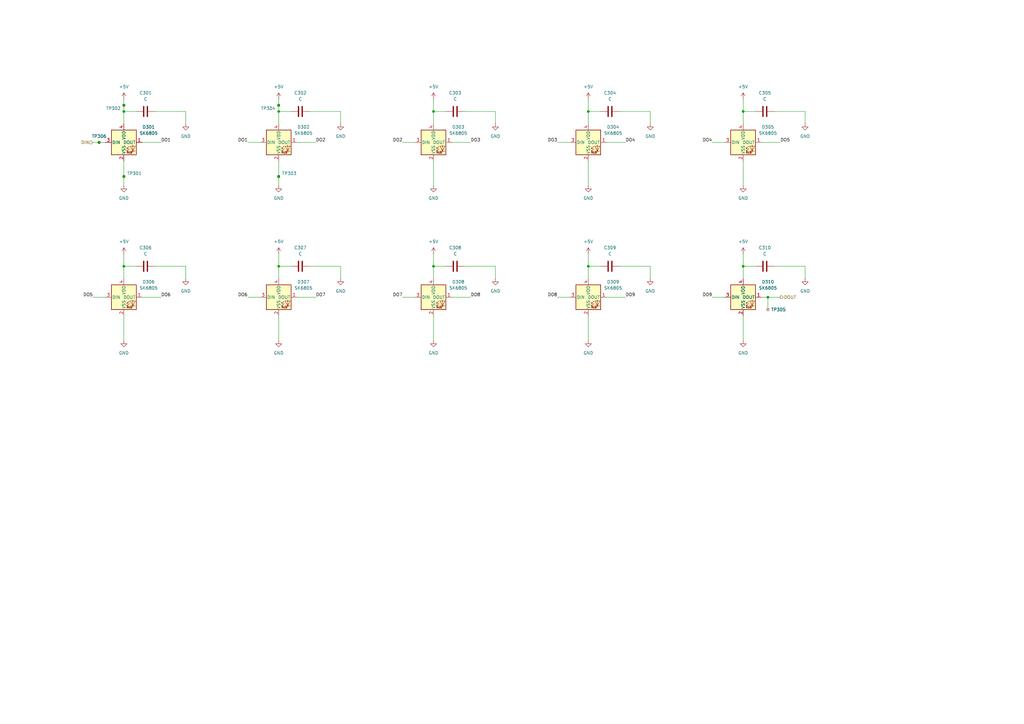
<source format=kicad_sch>
(kicad_sch (version 20231120) (generator "eeschema") (generator_version "8.0")
  (paper "A3")
  (title_block (title "NightLight") (date "2024-07-10") (rev "a") (comment 1 "MootSeeker (c) 2024") (comment 2 "LED Board"))
  (lib_symbols
    (symbol "Connector:TestPoint_Small" (pin_numbers hide) (pin_names (offset 0.762) hide)
      (property "Reference" "TP" (at 0 3.81 0))
      (property "Value" "TestPoint_Small" (at 0 2.032 0))
      (symbol "TestPoint_Small_0_1"
        (circle (center 0 0) (radius 0.508))
      )
      (symbol "TestPoint_Small_1_1"
        (pin passive line (at 0 0 90) (length 0) (name "1") (number "1"))
      )
    )
    (symbol "Device:C" (pin_numbers hide) (pin_names (offset 0.254))
      (property "Reference" "C" (at 0.635 2.54 0))
      (property "Value" "C" (at 0.635 -2.54 0))
      (symbol "C_0_1"
        (polyline (pts (xy -2.032 -0.762) (xy 2.032 -0.762)) (stroke (width 0.508)))
        (polyline (pts (xy -2.032 0.762) (xy 2.032 0.762)) (stroke (width 0.508)))
      )
      (symbol "C_1_1"
        (pin passive line (at 0 3.81 270) (length 2.794) (name "~") (number "1"))
        (pin passive line (at 0 -3.81 90) (length 2.794) (name "~") (number "2"))
      )
    )
    (symbol "LED:SK6805" (pin_names (offset 0.254))
      (property "Reference" "D" (at 5.08 5.715 0))
      (property "Value" "SK6805" (at 1.27 -5.715 0))
      (symbol "SK6805_0_0"
        (text "RGB" (at 2.286 -4.191 0) (effects (font (size 0.762 0.762))))
      )
      (symbol "SK6805_0_1"
        (polyline (pts (xy 1.27 -3.556) (xy 1.778 -3.556)))
        (polyline (pts (xy 1.27 -2.54) (xy 1.778 -2.54)))
        (polyline (pts (xy 4.699 -3.556) (xy 2.667 -3.556)))
        (polyline (pts (xy 2.286 -2.54) (xy 1.27 -3.556) (xy 1.27 -3.048)))
        (polyline (pts (xy 2.286 -1.524) (xy 1.27 -2.54) (xy 1.27 -2.032)))
        (polyline (pts (xy 3.683 -1.016) (xy 3.683 -3.556) (xy 3.683 -4.064)))
        (polyline (pts (xy 4.699 -1.524) (xy 2.667 -1.524) (xy 3.683 -3.556) (xy 4.699 -1.524)))
        (rectangle (start 5.08 5.08) (end -5.08 -5.08) (stroke (width 0.254)) (fill (type background)))
      )
      (symbol "SK6805_1_1"
        (pin output line (at 7.62 0 180) (length 2.54) (name "DOUT") (number "1"))
        (pin power_in line (at 0 -7.62 90) (length 2.54) (name "VSS") (number "2"))
        (pin input line (at -7.62 0 0) (length 2.54) (name "DIN") (number "3"))
        (pin power_in line (at 0 7.62 270) (length 2.54) (name "VDD") (number "4"))
      )
    )
    (symbol "power:+5V" (power) (pin_numbers hide) (pin_names (offset 0) hide)
      (property "Value" "+5V" (at 0 3.556 0))
      (symbol "+5V_0_1"
        (polyline (pts (xy -0.762 1.27) (xy 0 2.54)))
        (polyline (pts (xy 0 0) (xy 0 2.54)))
        (polyline (pts (xy 0 2.54) (xy 0.762 1.27)))
      )
      (symbol "+5V_1_1"
        (pin power_in line (at 0 0 90) (length 0) (name "~") (number "1"))
      )
    )
    (symbol "power:GND" (power) (pin_numbers hide) (pin_names (offset 0) hide)
      (property "Value" "GND" (at 0 -3.81 0))
      (symbol "GND_0_1"
        (polyline (pts (xy 0 0) (xy 0 -1.27) (xy 1.27 -1.27) (xy 0 -2.54) (xy -1.27 -1.27) (xy 0 -1.27)))
      )
      (symbol "GND_1_1"
        (pin power_in line (at 0 0 270) (length 0) (name "~") (number "1"))
      )
    )
  )
  (junction (at 304.8 109.22))
  (junction (at 114.3 45.72))
  (junction (at 40.64 58.42))
  (junction (at 304.8 45.72))
  (junction (at 50.8 43.18))
  (junction (at 114.3 72.39))
  (junction (at 114.3 109.22))
  (junction (at 114.3 43.18))
  (junction (at 241.3 45.72))
  (junction (at 50.8 72.39))
  (junction (at 241.3 109.22))
  (junction (at 50.8 109.22))
  (junction (at 50.8 45.72))
  (junction (at 177.8 45.72))
  (junction (at 177.8 109.22))
  (junction (at 314.96 121.92))
  (wire (pts (xy 76.2 114.3) (xy 76.2 109.22)))
  (wire (pts (xy 177.8 66.04) (xy 177.8 76.2)))
  (wire (pts (xy 312.42 121.92) (xy 314.96 121.92)))
  (wire (pts (xy 139.7 45.72) (xy 127 45.72)))
  (wire (pts (xy 50.8 109.22) (xy 50.8 114.3)))
  (wire (pts (xy 241.3 40.64) (xy 241.3 45.72)))
  (wire (pts (xy 38.1 58.42) (xy 40.64 58.42)))
  (wire (pts (xy 50.8 72.39) (xy 50.8 76.2)))
  (wire (pts (xy 304.8 45.72) (xy 304.8 50.8)))
  (wire (pts (xy 177.8 45.72) (xy 177.8 50.8)))
  (wire (pts (xy 101.6 121.92) (xy 106.68 121.92)))
  (wire (pts (xy 177.8 129.54) (xy 177.8 139.7)))
  (wire (pts (xy 241.3 66.04) (xy 241.3 76.2)))
  (wire (pts (xy 266.7 50.8) (xy 266.7 45.72)))
  (wire (pts (xy 165.1 121.92) (xy 170.18 121.92)))
  (wire (pts (xy 50.8 104.14) (xy 50.8 109.22)))
  (wire (pts (xy 203.2 45.72) (xy 190.5 45.72)))
  (wire (pts (xy 114.3 72.39) (xy 114.3 76.2)))
  (wire (pts (xy 114.3 129.54) (xy 114.3 139.7)))
  (wire (pts (xy 177.8 109.22) (xy 177.8 114.3)))
  (wire (pts (xy 165.1 58.42) (xy 170.18 58.42)))
  (wire (pts (xy 114.3 43.18) (xy 114.3 45.72)))
  (wire (pts (xy 304.8 109.22) (xy 309.88 109.22)))
  (wire (pts (xy 114.3 45.72) (xy 114.3 50.8)))
  (wire (pts (xy 304.8 40.64) (xy 304.8 45.72)))
  (wire (pts (xy 76.2 45.72) (xy 63.5 45.72)))
  (wire (pts (xy 185.42 121.92) (xy 193.04 121.92)))
  (wire (pts (xy 50.8 129.54) (xy 50.8 139.7)))
  (wire (pts (xy 177.8 40.64) (xy 177.8 45.72)))
  (wire (pts (xy 330.2 45.72) (xy 317.5 45.72)))
  (wire (pts (xy 312.42 58.42) (xy 320.04 58.42)))
  (wire (pts (xy 76.2 109.22) (xy 63.5 109.22)))
  (wire (pts (xy 228.6 121.92) (xy 233.68 121.92)))
  (wire (pts (xy 266.7 109.22) (xy 254 109.22)))
  (wire (pts (xy 241.3 109.22) (xy 241.3 114.3)))
  (wire (pts (xy 330.2 109.22) (xy 317.5 109.22)))
  (wire (pts (xy 121.92 58.42) (xy 129.54 58.42)))
  (wire (pts (xy 50.8 66.04) (xy 50.8 72.39)))
  (wire (pts (xy 114.3 45.72) (xy 119.38 45.72)))
  (wire (pts (xy 248.92 58.42) (xy 256.54 58.42)))
  (wire (pts (xy 50.8 40.64) (xy 50.8 43.18)))
  (wire (pts (xy 50.8 45.72) (xy 50.8 50.8)))
  (wire (pts (xy 266.7 45.72) (xy 254 45.72)))
  (wire (pts (xy 314.96 121.92) (xy 320.04 121.92)))
  (wire (pts (xy 177.8 104.14) (xy 177.8 109.22)))
  (wire (pts (xy 330.2 50.8) (xy 330.2 45.72)))
  (wire (pts (xy 241.3 104.14) (xy 241.3 109.22)))
  (wire (pts (xy 241.3 45.72) (xy 246.38 45.72)))
  (wire (pts (xy 139.7 50.8) (xy 139.7 45.72)))
  (wire (pts (xy 121.92 121.92) (xy 129.54 121.92)))
  (wire (pts (xy 248.92 121.92) (xy 256.54 121.92)))
  (wire (pts (xy 76.2 50.8) (xy 76.2 45.72)))
  (wire (pts (xy 304.8 129.54) (xy 304.8 139.7)))
  (wire (pts (xy 304.8 45.72) (xy 309.88 45.72)))
  (wire (pts (xy 177.8 109.22) (xy 182.88 109.22)))
  (wire (pts (xy 38.1 121.92) (xy 43.18 121.92)))
  (wire (pts (xy 292.1 121.92) (xy 297.18 121.92)))
  (wire (pts (xy 314.96 127) (xy 314.96 121.92)))
  (wire (pts (xy 304.8 109.22) (xy 304.8 114.3)))
  (wire (pts (xy 241.3 109.22) (xy 246.38 109.22)))
  (wire (pts (xy 177.8 45.72) (xy 182.88 45.72)))
  (wire (pts (xy 330.2 114.3) (xy 330.2 109.22)))
  (wire (pts (xy 58.42 121.92) (xy 66.04 121.92)))
  (wire (pts (xy 114.3 109.22) (xy 119.38 109.22)))
  (wire (pts (xy 203.2 50.8) (xy 203.2 45.72)))
  (wire (pts (xy 139.7 109.22) (xy 127 109.22)))
  (wire (pts (xy 114.3 66.04) (xy 114.3 72.39)))
  (wire (pts (xy 50.8 45.72) (xy 55.88 45.72)))
  (wire (pts (xy 304.8 66.04) (xy 304.8 76.2)))
  (wire (pts (xy 228.6 58.42) (xy 233.68 58.42)))
  (wire (pts (xy 185.42 58.42) (xy 193.04 58.42)))
  (wire (pts (xy 114.3 104.14) (xy 114.3 109.22)))
  (wire (pts (xy 58.42 58.42) (xy 66.04 58.42)))
  (wire (pts (xy 241.3 129.54) (xy 241.3 139.7)))
  (wire (pts (xy 203.2 114.3) (xy 203.2 109.22)))
  (wire (pts (xy 114.3 109.22) (xy 114.3 114.3)))
  (wire (pts (xy 40.64 58.42) (xy 43.18 58.42)))
  (wire (pts (xy 50.8 109.22) (xy 55.88 109.22)))
  (wire (pts (xy 114.3 40.64) (xy 114.3 43.18)))
  (wire (pts (xy 241.3 45.72) (xy 241.3 50.8)))
  (wire (pts (xy 50.8 43.18) (xy 50.8 45.72)))
  (wire (pts (xy 203.2 109.22) (xy 190.5 109.22)))
  (wire (pts (xy 266.7 114.3) (xy 266.7 109.22)))
  (wire (pts (xy 292.1 58.42) (xy 297.18 58.42)))
  (wire (pts (xy 304.8 104.14) (xy 304.8 109.22)))
  (wire (pts (xy 101.6 58.42) (xy 106.68 58.42)))
  (wire (pts (xy 139.7 114.3) (xy 139.7 109.22)))
  (label "DO2" (at 129.54 58.42 0))
  (label "DO2" (at 165.1 58.42 180))
  (label "DO4" (at 292.1 58.42 180))
  (label "DO7" (at 165.1 121.92 180))
  (label "DO9" (at 256.54 121.92 0))
  (label "DO9" (at 292.1 121.92 180))
  (label "DO3" (at 228.6 58.42 180))
  (label "DO3" (at 193.04 58.42 0))
  (label "DO1" (at 66.04 58.42 0))
  (label "DO7" (at 129.54 121.92 0))
  (label "DO6" (at 66.04 121.92 0))
  (label "DO6" (at 101.6 121.92 180))
  (label "DO5" (at 320.04 58.42 0))
  (label "DO8" (at 193.04 121.92 0))
  (label "DO5" (at 38.1 121.92 180))
  (label "DO1" (at 101.6 58.42 180))
  (label "DO8" (at 228.6 121.92 180))
  (label "DO4" (at 256.54 58.42 0))
  (hierarchical_label "DIN" (shape input) (at 38.1 58.42 180))
  (hierarchical_label "DOUT" (shape output) (at 320.04 121.92 0))
  (symbol (lib_id "power:GND") (at 139.7 114.3 0) (unit 1)
    (property "Reference" "#PWR0321" (effects (hide yes)))
    (property "Value" "GND" (at 139.7 119.38 0))
    (property "Description" "Power symbol creates a global label with name \"GND\" , ground" (effects (hide yes)))
  )
  (symbol (lib_id "power:GND") (at 50.8 139.7 0) (unit 1)
    (property "Reference" "#PWR0317" (effects (hide yes)))
    (property "Value" "GND" (at 50.8 144.78 0))
    (property "Description" "Power symbol creates a global label with name \"GND\" , ground" (effects (hide yes)))
  )
  (symbol (lib_id "power:GND") (at 266.7 50.8 0) (unit 1)
    (property "Reference" "#PWR0312" (effects (hide yes)))
    (property "Value" "GND" (at 266.7 55.88 0))
    (property "Description" "Power symbol creates a global label with name \"GND\" , ground" (effects (hide yes)))
  )
  (symbol (lib_id "LED:SK6805") (at 114.3 58.42 0) (unit 1)
    (property "Reference" "D302" (at 124.46 52.1014 0))
    (property "Value" "SK6805" (at 124.46 54.6414 0))
    (property "Footprint" "LED_SMD:LED_SK6805_PLCC4_2.4x2.7mm_P1.3mm" (effects (hide yes)))
    (property "Datasheet" "https://cdn-shop.adafruit.com/product-files/3484/3484_Datasheet.pdf" (effects (hide yes)))
    (property "Description" "RGB LED with integrated controller" (effects (hide yes)))
  )
  (symbol (lib_id "power:GND") (at 203.2 50.8 0) (unit 1)
    (property "Reference" "#PWR0309" (effects (hide yes)))
    (property "Value" "GND" (at 203.2 55.88 0))
    (property "Description" "Power symbol creates a global label with name \"GND\" , ground" (effects (hide yes)))
  )
  (symbol (lib_id "power:GND") (at 76.2 114.3 0) (unit 1)
    (property "Reference" "#PWR0318" (effects (hide yes)))
    (property "Value" "GND" (at 76.2 119.38 0))
    (property "Description" "Power symbol creates a global label with name \"GND\" , ground" (effects (hide yes)))
  )
  (symbol (lib_id "power:GND") (at 241.3 139.7 0) (unit 1)
    (property "Reference" "#PWR0326" (effects (hide yes)))
    (property "Value" "GND" (at 241.3 144.78 0))
    (property "Description" "Power symbol creates a global label with name \"GND\" , ground" (effects (hide yes)))
  )
  (symbol (lib_id "Device:C") (at 123.19 45.72 90) (unit 1)
    (property "Reference" "C302" (at 123.19 38.1 90))
    (property "Value" "C" (at 123.19 40.64 90))
    (property "Footprint" "Capacitor_SMD:C_0402_1005Metric_Pad0.74x0.62mm_HandSolder" (effects (hide yes)))
    (property "Description" "Unpolarized capacitor" (effects (hide yes)))
  )
  (symbol (lib_id "power:GND") (at 304.8 76.2 0) (unit 1)
    (property "Reference" "#PWR0314" (effects (hide yes)))
    (property "Value" "GND" (at 304.8 81.28 0))
    (property "Description" "Power symbol creates a global label with name \"GND\" , ground" (effects (hide yes)))
  )
  (symbol (lib_id "power:GND") (at 330.2 114.3 0) (unit 1)
    (property "Reference" "#PWR0330" (effects (hide yes)))
    (property "Value" "GND" (at 330.2 119.38 0))
    (property "Description" "Power symbol creates a global label with name \"GND\" , ground" (effects (hide yes)))
  )
  (symbol (lib_id "Device:C") (at 250.19 109.22 90) (unit 1)
    (property "Reference" "C309" (at 250.19 101.6 90))
    (property "Value" "C" (at 250.19 104.14 90))
    (property "Footprint" "Capacitor_SMD:C_0402_1005Metric_Pad0.74x0.62mm_HandSolder" (effects (hide yes)))
    (property "Description" "Unpolarized capacitor" (effects (hide yes)))
  )
  (symbol (lib_id "power:+5V") (at 177.8 40.64 0) (unit 1)
    (property "Reference" "#PWR0307" (effects (hide yes)))
    (property "Value" "+5V" (at 177.8 35.56 0))
    (property "Description" "Power symbol creates a global label with name \"+5V\"" (effects (hide yes)))
  )
  (symbol (lib_id "power:+5V") (at 114.3 40.64 0) (unit 1)
    (property "Reference" "#PWR0304" (effects (hide yes)))
    (property "Value" "+5V" (at 114.3 35.56 0))
    (property "Description" "Power symbol creates a global label with name \"+5V\"" (effects (hide yes)))
  )
  (symbol (lib_id "power:+5V") (at 241.3 40.64 0) (unit 1)
    (property "Reference" "#PWR0310" (effects (hide yes)))
    (property "Value" "+5V" (at 241.3 35.56 0))
    (property "Description" "Power symbol creates a global label with name \"+5V\"" (effects (hide yes)))
  )
  (symbol (lib_id "Device:C") (at 186.69 109.22 90) (unit 1)
    (property "Reference" "C308" (at 186.69 101.6 90))
    (property "Value" "C" (at 186.69 104.14 90))
    (property "Footprint" "Capacitor_SMD:C_0402_1005Metric_Pad0.74x0.62mm_HandSolder" (effects (hide yes)))
    (property "Description" "Unpolarized capacitor" (effects (hide yes)))
  )
  (symbol (lib_id "power:+5V") (at 241.3 104.14 0) (unit 1)
    (property "Reference" "#PWR0325" (effects (hide yes)))
    (property "Value" "+5V" (at 241.3 99.06 0))
    (property "Description" "Power symbol creates a global label with name \"+5V\"" (effects (hide yes)))
  )
  (symbol (lib_id "Device:C") (at 59.69 109.22 90) (unit 1)
    (property "Reference" "C306" (at 59.69 101.6 90))
    (property "Value" "C" (at 59.69 104.14 90))
    (property "Footprint" "Capacitor_SMD:C_0402_1005Metric_Pad0.74x0.62mm_HandSolder" (effects (hide yes)))
    (property "Description" "Unpolarized capacitor" (effects (hide yes)))
  )
  (symbol (lib_id "power:GND") (at 139.7 50.8 0) (unit 1)
    (property "Reference" "#PWR0306" (effects (hide yes)))
    (property "Value" "GND" (at 139.7 55.88 0))
    (property "Description" "Power symbol creates a global label with name \"GND\" , ground" (effects (hide yes)))
  )
  (symbol (lib_id "LED:SK6805") (at 177.8 121.92 0) (unit 1)
    (property "Reference" "D308" (at 187.96 115.6014 0))
    (property "Value" "SK6805" (at 187.96 118.1414 0))
    (property "Footprint" "LED_SMD:LED_SK6805_PLCC4_2.4x2.7mm_P1.3mm" (effects (hide yes)))
    (property "Datasheet" "https://cdn-shop.adafruit.com/product-files/3484/3484_Datasheet.pdf" (effects (hide yes)))
    (property "Description" "RGB LED with integrated controller" (effects (hide yes)))
  )
  (symbol (lib_id "power:GND") (at 203.2 114.3 0) (unit 1)
    (property "Reference" "#PWR0324" (effects (hide yes)))
    (property "Value" "GND" (at 203.2 119.38 0))
    (property "Description" "Power symbol creates a global label with name \"GND\" , ground" (effects (hide yes)))
  )
  (symbol (lib_id "power:GND") (at 266.7 114.3 0) (unit 1)
    (property "Reference" "#PWR0327" (effects (hide yes)))
    (property "Value" "GND" (at 266.7 119.38 0))
    (property "Description" "Power symbol creates a global label with name \"GND\" , ground" (effects (hide yes)))
  )
  (symbol (lib_id "power:GND") (at 241.3 76.2 0) (unit 1)
    (property "Reference" "#PWR0311" (effects (hide yes)))
    (property "Value" "GND" (at 241.3 81.28 0))
    (property "Description" "Power symbol creates a global label with name \"GND\" , ground" (effects (hide yes)))
  )
  (symbol (lib_id "Device:C") (at 123.19 109.22 90) (unit 1)
    (property "Reference" "C307" (at 123.19 101.6 90))
    (property "Value" "C" (at 123.19 104.14 90))
    (property "Footprint" "Capacitor_SMD:C_0402_1005Metric_Pad0.74x0.62mm_HandSolder" (effects (hide yes)))
    (property "Description" "Unpolarized capacitor" (effects (hide yes)))
  )
  (symbol (lib_id "LED:SK6805") (at 304.8 121.92 0) (unit 1)
    (property "Reference" "D310" (at 314.96 115.6014 0))
    (property "Value" "SK6805" (at 314.96 118.1414 0))
    (property "Footprint" "LED_SMD:LED_SK6805_PLCC4_2.4x2.7mm_P1.3mm" (effects (hide yes)))
    (property "Datasheet" "https://cdn-shop.adafruit.com/product-files/3484/3484_Datasheet.pdf" (effects (hide yes)))
    (property "Description" "RGB LED with integrated controller" (effects (hide yes)))
  )
  (symbol (lib_id "Device:C") (at 250.19 45.72 90) (unit 1)
    (property "Reference" "C304" (at 250.19 38.1 90))
    (property "Value" "C" (at 250.19 40.64 90))
    (property "Footprint" "Capacitor_SMD:C_0402_1005Metric_Pad0.74x0.62mm_HandSolder" (effects (hide yes)))
    (property "Description" "Unpolarized capacitor" (effects (hide yes)))
  )
  (symbol (lib_id "Device:C") (at 186.69 45.72 90) (unit 1)
    (property "Reference" "C303" (at 186.69 38.1 90))
    (property "Value" "C" (at 186.69 40.64 90))
    (property "Footprint" "Capacitor_SMD:C_0402_1005Metric_Pad0.74x0.62mm_HandSolder" (effects (hide yes)))
    (property "Description" "Unpolarized capacitor" (effects (hide yes)))
  )
  (symbol (lib_id "LED:SK6805") (at 50.8 58.42 0) (unit 1)
    (property "Reference" "D301" (at 60.96 52.1014 0))
    (property "Value" "SK6805" (at 60.96 54.6414 0))
    (property "Footprint" "LED_SMD:LED_SK6805_PLCC4_2.4x2.7mm_P1.3mm" (effects (hide yes)))
    (property "Datasheet" "https://cdn-shop.adafruit.com/product-files/3484/3484_Datasheet.pdf" (effects (hide yes)))
    (property "Description" "RGB LED with integrated controller" (effects (hide yes)))
  )
  (symbol (lib_id "power:GND") (at 114.3 139.7 0) (unit 1)
    (property "Reference" "#PWR0320" (effects (hide yes)))
    (property "Value" "GND" (at 114.3 144.78 0))
    (property "Description" "Power symbol creates a global label with name \"GND\" , ground" (effects (hide yes)))
  )
  (symbol (lib_id "power:+5V") (at 304.8 104.14 0) (unit 1)
    (property "Reference" "#PWR0328" (effects (hide yes)))
    (property "Value" "+5V" (at 304.8 99.06 0))
    (property "Description" "Power symbol creates a global label with name \"+5V\"" (effects (hide yes)))
  )
  (symbol (lib_id "Connector:TestPoint_Small") (at 114.3 43.18 180) (unit 1)
    (property "Reference" "TP304" (at 113.03 44.4501 0) (effects (justify left)))
    (property "Value" "TestPoint_Small" (effects (hide yes)))
    (property "Footprint" "TestPoint:TestPoint_Loop_D1.80mm_Drill1.0mm_Beaded" (effects (hide yes)))
    (property "Description" "test point" (effects (hide yes)))
  )
  (symbol (lib_id "power:GND") (at 114.3 76.2 0) (unit 1)
    (property "Reference" "#PWR0305" (effects (hide yes)))
    (property "Value" "GND" (at 114.3 81.28 0))
    (property "Description" "Power symbol creates a global label with name \"GND\" , ground" (effects (hide yes)))
  )
  (symbol (lib_id "power:+5V") (at 177.8 104.14 0) (unit 1)
    (property "Reference" "#PWR0322" (effects (hide yes)))
    (property "Value" "+5V" (at 177.8 99.06 0))
    (property "Description" "Power symbol creates a global label with name \"+5V\"" (effects (hide yes)))
  )
  (symbol (lib_id "LED:SK6805") (at 304.8 58.42 0) (unit 1)
    (property "Reference" "D305" (at 314.96 52.1014 0))
    (property "Value" "SK6805" (at 314.96 54.6414 0))
    (property "Footprint" "LED_SMD:LED_SK6805_PLCC4_2.4x2.7mm_P1.3mm" (effects (hide yes)))
    (property "Datasheet" "https://cdn-shop.adafruit.com/product-files/3484/3484_Datasheet.pdf" (effects (hide yes)))
    (property "Description" "RGB LED with integrated controller" (effects (hide yes)))
  )
  (symbol (lib_id "Device:C") (at 313.69 109.22 90) (unit 1)
    (property "Reference" "C310" (at 313.69 101.6 90))
    (property "Value" "C" (at 313.69 104.14 90))
    (property "Footprint" "Capacitor_SMD:C_0402_1005Metric_Pad0.74x0.62mm_HandSolder" (effects (hide yes)))
    (property "Description" "Unpolarized capacitor" (effects (hide yes)))
  )
  (symbol (lib_id "Connector:TestPoint_Small") (at 314.96 127 0) (unit 1)
    (property "Reference" "TP305" (at 316.23 126.9999 0) (effects (justify left)))
    (property "Value" "TestPoint_Small" (effects (hide yes)))
    (property "Footprint" "TestPoint:TestPoint_Loop_D1.80mm_Drill1.0mm_Beaded" (effects (hide yes)))
    (property "Description" "test point" (effects (hide yes)))
  )
  (symbol (lib_id "power:GND") (at 76.2 50.8 0) (unit 1)
    (property "Reference" "#PWR0303" (effects (hide yes)))
    (property "Value" "GND" (at 76.2 55.88 0))
    (property "Description" "Power symbol creates a global label with name \"GND\" , ground" (effects (hide yes)))
  )
  (symbol (lib_id "power:+5V") (at 50.8 40.64 0) (unit 1)
    (property "Reference" "#PWR0301" (effects (hide yes)))
    (property "Value" "+5V" (at 50.8 35.56 0))
    (property "Description" "Power symbol creates a global label with name \"+5V\"" (effects (hide yes)))
  )
  (symbol (lib_id "power:GND") (at 304.8 139.7 0) (unit 1)
    (property "Reference" "#PWR0329" (effects (hide yes)))
    (property "Value" "GND" (at 304.8 144.78 0))
    (property "Description" "Power symbol creates a global label with name \"GND\" , ground" (effects (hide yes)))
  )
  (symbol (lib_id "power:GND") (at 177.8 139.7 0) (unit 1)
    (property "Reference" "#PWR0323" (effects (hide yes)))
    (property "Value" "GND" (at 177.8 144.78 0))
    (property "Description" "Power symbol creates a global label with name \"GND\" , ground" (effects (hide yes)))
  )
  (symbol (lib_id "Device:C") (at 59.69 45.72 90) (unit 1)
    (property "Reference" "C301" (at 59.69 38.1 90))
    (property "Value" "C" (at 59.69 40.64 90))
    (property "Footprint" "Capacitor_SMD:C_0402_1005Metric_Pad0.74x0.62mm_HandSolder" (effects (hide yes)))
    (property "Description" "Unpolarized capacitor" (effects (hide yes)))
  )
  (symbol (lib_id "LED:SK6805") (at 50.8 121.92 0) (unit 1)
    (property "Reference" "D306" (at 60.96 115.6014 0))
    (property "Value" "SK6805" (at 60.96 118.1414 0))
    (property "Footprint" "LED_SMD:LED_SK6805_PLCC4_2.4x2.7mm_P1.3mm" (effects (hide yes)))
    (property "Datasheet" "https://cdn-shop.adafruit.com/product-files/3484/3484_Datasheet.pdf" (effects (hide yes)))
    (property "Description" "RGB LED with integrated controller" (effects (hide yes)))
  )
  (symbol (lib_id "LED:SK6805") (at 114.3 121.92 0) (unit 1)
    (property "Reference" "D307" (at 124.46 115.6014 0))
    (property "Value" "SK6805" (at 124.46 118.1414 0))
    (property "Footprint" "LED_SMD:LED_SK6805_PLCC4_2.4x2.7mm_P1.3mm" (effects (hide yes)))
    (property "Datasheet" "https://cdn-shop.adafruit.com/product-files/3484/3484_Datasheet.pdf" (effects (hide yes)))
    (property "Description" "RGB LED with integrated controller" (effects (hide yes)))
  )
  (symbol (lib_id "LED:SK6805") (at 177.8 58.42 0) (unit 1)
    (property "Reference" "D303" (at 187.96 52.1014 0))
    (property "Value" "SK6805" (at 187.96 54.6414 0))
    (property "Footprint" "LED_SMD:LED_SK6805_PLCC4_2.4x2.7mm_P1.3mm" (effects (hide yes)))
    (property "Datasheet" "https://cdn-shop.adafruit.com/product-files/3484/3484_Datasheet.pdf" (effects (hide yes)))
    (property "Description" "RGB LED with integrated controller" (effects (hide yes)))
  )
  (symbol (lib_id "LED:SK6805") (at 241.3 121.92 0) (unit 1)
    (property "Reference" "D309" (at 251.46 115.6014 0))
    (property "Value" "SK6805" (at 251.46 118.1414 0))
    (property "Footprint" "LED_SMD:LED_SK6805_PLCC4_2.4x2.7mm_P1.3mm" (effects (hide yes)))
    (property "Datasheet" "https://cdn-shop.adafruit.com/product-files/3484/3484_Datasheet.pdf" (effects (hide yes)))
    (property "Description" "RGB LED with integrated controller" (effects (hide yes)))
  )
  (symbol (lib_id "power:GND") (at 50.8 76.2 0) (unit 1)
    (property "Reference" "#PWR0302" (effects (hide yes)))
    (property "Value" "GND" (at 50.8 81.28 0))
    (property "Description" "Power symbol creates a global label with name \"GND\" , ground" (effects (hide yes)))
  )
  (symbol (lib_id "power:GND") (at 177.8 76.2 0) (unit 1)
    (property "Reference" "#PWR0308" (effects (hide yes)))
    (property "Value" "GND" (at 177.8 81.28 0))
    (property "Description" "Power symbol creates a global label with name \"GND\" , ground" (effects (hide yes)))
  )
  (symbol (lib_id "Connector:TestPoint_Small") (at 50.8 72.39 0) (unit 1)
    (property "Reference" "TP301" (at 52.07 71.1199 0) (effects (justify left)))
    (property "Value" "TestPoint_Small" (effects (hide yes)))
    (property "Footprint" "TestPoint:TestPoint_Loop_D1.80mm_Drill1.0mm_Beaded" (effects (hide yes)))
    (property "Description" "test point" (effects (hide yes)))
  )
  (symbol (lib_id "Connector:TestPoint_Small") (at 40.64 58.42 90) (unit 1)
    (property "Reference" "TP306" (at 40.64 55.88 90))
    (property "Value" "TestPoint_Small" (effects (hide yes)))
    (property "Footprint" "TestPoint:TestPoint_Loop_D1.80mm_Drill1.0mm_Beaded" (effects (hide yes)))
    (property "Description" "test point" (effects (hide yes)))
  )
  (symbol (lib_id "Connector:TestPoint_Small") (at 114.3 72.39 0) (unit 1)
    (property "Reference" "TP303" (at 115.57 71.1199 0) (effects (justify left)))
    (property "Value" "TestPoint_Small" (effects (hide yes)))
    (property "Footprint" "TestPoint:TestPoint_Loop_D1.80mm_Drill1.0mm_Beaded" (effects (hide yes)))
    (property "Description" "test point" (effects (hide yes)))
  )
  (symbol (lib_id "LED:SK6805") (at 241.3 58.42 0) (unit 1)
    (property "Reference" "D304" (at 251.46 52.1014 0))
    (property "Value" "SK6805" (at 251.46 54.6414 0))
    (property "Footprint" "LED_SMD:LED_SK6805_PLCC4_2.4x2.7mm_P1.3mm" (effects (hide yes)))
    (property "Datasheet" "https://cdn-shop.adafruit.com/product-files/3484/3484_Datasheet.pdf" (effects (hide yes)))
    (property "Description" "RGB LED with integrated controller" (effects (hide yes)))
  )
  (symbol (lib_id "power:GND") (at 330.2 50.8 0) (unit 1)
    (property "Reference" "#PWR0315" (effects (hide yes)))
    (property "Value" "GND" (at 330.2 55.88 0))
    (property "Description" "Power symbol creates a global label with name \"GND\" , ground" (effects (hide yes)))
  )
  (symbol (lib_id "power:+5V") (at 50.8 104.14 0) (unit 1)
    (property "Reference" "#PWR0316" (effects (hide yes)))
    (property "Value" "+5V" (at 50.8 99.06 0))
    (property "Description" "Power symbol creates a global label with name \"+5V\"" (effects (hide yes)))
  )
  (symbol (lib_id "Device:C") (at 313.69 45.72 90) (unit 1)
    (property "Reference" "C305" (at 313.69 38.1 90))
    (property "Value" "C" (at 313.69 40.64 90))
    (property "Footprint" "Capacitor_SMD:C_0402_1005Metric_Pad0.74x0.62mm_HandSolder" (effects (hide yes)))
    (property "Description" "Unpolarized capacitor" (effects (hide yes)))
  )
  (symbol (lib_id "power:+5V") (at 304.8 40.64 0) (unit 1)
    (property "Reference" "#PWR0313" (effects (hide yes)))
    (property "Value" "+5V" (at 304.8 35.56 0))
    (property "Description" "Power symbol creates a global label with name \"+5V\"" (effects (hide yes)))
  )
  (symbol (lib_id "Connector:TestPoint_Small") (at 50.8 43.18 180) (unit 1)
    (property "Reference" "TP302" (at 49.53 44.4501 0) (effects (justify left)))
    (property "Value" "TestPoint_Small" (effects (hide yes)))
    (property "Footprint" "TestPoint:TestPoint_Loop_D1.80mm_Drill1.0mm_Beaded" (effects (hide yes)))
    (property "Description" "test point" (effects (hide yes)))
  )
  (symbol (lib_id "power:+5V") (at 114.3 104.14 0) (unit 1)
    (property "Reference" "#PWR0319" (effects (hide yes)))
    (property "Value" "+5V" (at 114.3 99.06 0))
    (property "Description" "Power symbol creates a global label with name \"+5V\"" (effects (hide yes)))
  )
)
</source>
